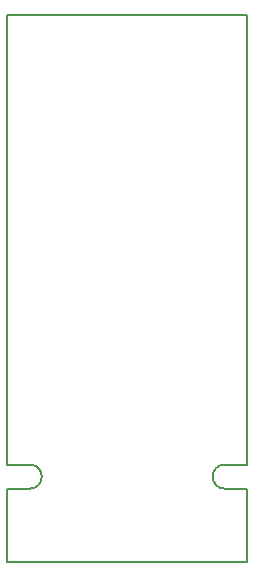
<source format=gm1>
%TF.GenerationSoftware,KiCad,Pcbnew,5.1.8-db9833491~88~ubuntu20.04.1*%
%TF.CreationDate,2021-01-17T10:32:05+01:00*%
%TF.ProjectId,GreenFox,47726565-6e46-46f7-982e-6b696361645f,Rev1*%
%TF.SameCoordinates,PX6d01460PY68c4118*%
%TF.FileFunction,Profile,NP*%
%FSLAX46Y46*%
G04 Gerber Fmt 4.6, Leading zero omitted, Abs format (unit mm)*
G04 Created by KiCad (PCBNEW 5.1.8-db9833491~88~ubuntu20.04.1) date 2021-01-17 10:32:05*
%MOMM*%
%LPD*%
G01*
G04 APERTURE LIST*
%TA.AperFunction,Profile*%
%ADD10C,0.200000*%
%TD*%
G04 APERTURE END LIST*
D10*
X20320000Y0D02*
X20320000Y6223000D01*
X0Y0D02*
X20320000Y0D01*
X0Y6223000D02*
X0Y0D01*
X18415000Y8255000D02*
X20320000Y8255000D01*
X18415000Y8255000D02*
G75*
G03*
X18415000Y6223000I0J-1016000D01*
G01*
X18415000Y6223000D02*
X20320000Y6223000D01*
X1905000Y6223000D02*
G75*
G03*
X1905000Y8255000I0J1016000D01*
G01*
X1905000Y6223000D02*
X0Y6223000D01*
X0Y8255000D02*
X0Y46355000D01*
X1905000Y8255000D02*
X0Y8255000D01*
X20320000Y46355000D02*
X20320000Y8255000D01*
X0Y46355000D02*
X20320000Y46355000D01*
M02*

</source>
